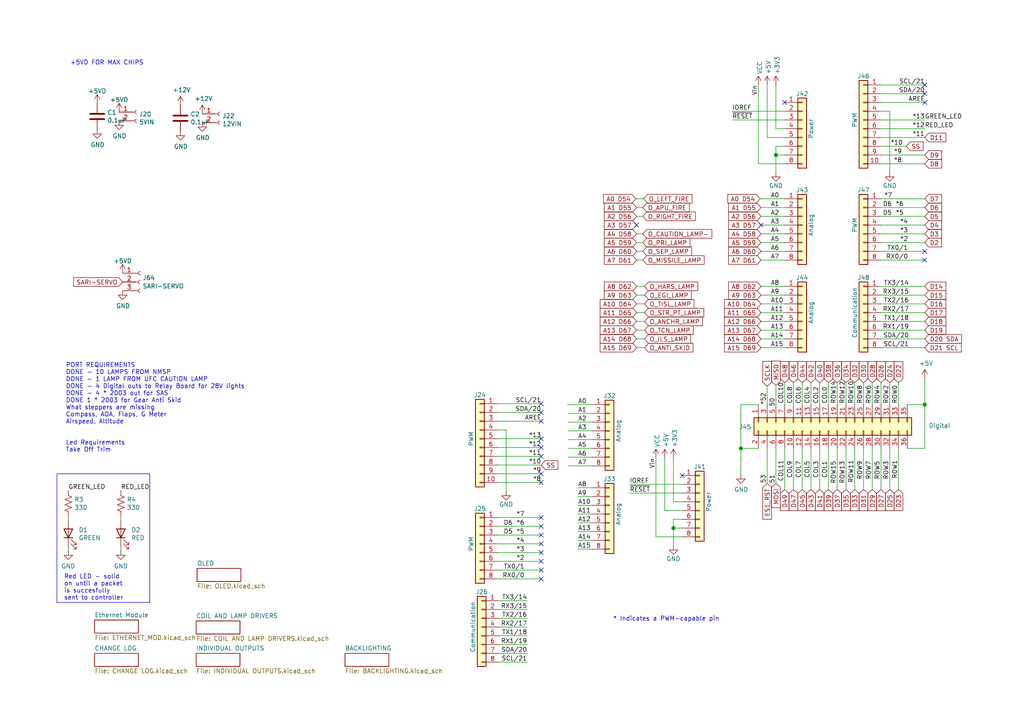
<source format=kicad_sch>
(kicad_sch (version 20231120) (generator "eeschema") (generator_version "8.0")
  (paper "A4")
  (title_block (date "mar. 31 mars 2015"))
  (lib_symbols
    (symbol "Connector:Conn_01x02_Female" (pin_names (offset 1.016) hide)
      (property "Reference" "J" (at 0 2.54 0))
      (property "Value" "Conn_01x02_Female" (at 0 -5.08 0))
      (symbol "Conn_01x02_Female_1_1"
        (pin passive line (at -5.08 0 0) (length 3.81) (name "Pin_1") (number "1"))
        (pin passive line (at -5.08 -2.54 0) (length 3.81) (name "Pin_2") (number "2"))
      )
    )
    (symbol "Connector:Conn_01x03_Socket" (pin_names (offset 1.016) hide)
      (property "Reference" "J" (at 0 5.08 0))
      (property "Value" "Conn_01x03_Socket" (at 0 -5.08 0))
      (symbol "Conn_01x03_Socket_1_1"
        (pin passive line (at -5.08 2.54 0) (length 3.81) (name "Pin_1") (number "1"))
        (pin passive line (at -5.08 0 0) (length 3.81) (name "Pin_2") (number "2"))
        (pin passive line (at -5.08 -2.54 0) (length 3.81) (name "Pin_3") (number "3"))
      )
    )
    (symbol "Connector_Generic:Conn_01x08" (pin_names (offset 1.016) hide)
      (property "Reference" "J" (at 0 10.16 0))
      (property "Value" "Conn_01x08" (at 0 -12.7 0))
      (symbol "Conn_01x08_1_1"
        (pin passive line (at -5.08 7.62 0) (length 3.81) (name "Pin_1") (number "1"))
        (pin passive line (at -5.08 5.08 0) (length 3.81) (name "Pin_2") (number "2"))
        (pin passive line (at -5.08 2.54 0) (length 3.81) (name "Pin_3") (number "3"))
        (pin passive line (at -5.08 0 0) (length 3.81) (name "Pin_4") (number "4"))
        (pin passive line (at -5.08 -2.54 0) (length 3.81) (name "Pin_5") (number "5"))
        (pin passive line (at -5.08 -5.08 0) (length 3.81) (name "Pin_6") (number "6"))
        (pin passive line (at -5.08 -7.62 0) (length 3.81) (name "Pin_7") (number "7"))
        (pin passive line (at -5.08 -10.16 0) (length 3.81) (name "Pin_8") (number "8"))
      )
    )
    (symbol "Connector_Generic:Conn_01x10" (pin_names (offset 1.016) hide)
      (property "Reference" "J" (at 0 12.7 0))
      (property "Value" "Conn_01x10" (at 0 -15.24 0))
      (symbol "Conn_01x10_1_1"
        (pin passive line (at -5.08 10.16 0) (length 3.81) (name "Pin_1") (number "1"))
        (pin passive line (at -5.08 -12.7 0) (length 3.81) (name "Pin_10") (number "10"))
        (pin passive line (at -5.08 7.62 0) (length 3.81) (name "Pin_2") (number "2"))
        (pin passive line (at -5.08 5.08 0) (length 3.81) (name "Pin_3") (number "3"))
        (pin passive line (at -5.08 2.54 0) (length 3.81) (name "Pin_4") (number "4"))
        (pin passive line (at -5.08 0 0) (length 3.81) (name "Pin_5") (number "5"))
        (pin passive line (at -5.08 -2.54 0) (length 3.81) (name "Pin_6") (number "6"))
        (pin passive line (at -5.08 -5.08 0) (length 3.81) (name "Pin_7") (number "7"))
        (pin passive line (at -5.08 -7.62 0) (length 3.81) (name "Pin_8") (number "8"))
        (pin passive line (at -5.08 -10.16 0) (length 3.81) (name "Pin_9") (number "9"))
      )
    )
    (symbol "Connector_Generic:Conn_02x18_Odd_Even" (pin_names (offset 1.016) hide)
      (property "Reference" "J" (at 1.27 22.86 0))
      (property "Value" "Conn_02x18_Odd_Even" (at 1.27 -25.4 0))
      (symbol "Conn_02x18_Odd_Even_1_1"
        (pin passive line (at -5.08 20.32 0) (length 3.81) (name "Pin_1") (number "1"))
        (pin passive line (at 7.62 10.16 180) (length 3.81) (name "Pin_10") (number "10"))
        (pin passive line (at -5.08 7.62 0) (length 3.81) (name "Pin_11") (number "11"))
        (pin passive line (at 7.62 7.62 180) (length 3.81) (name "Pin_12") (number "12"))
        (pin passive line (at -5.08 5.08 0) (length 3.81) (name "Pin_13") (number "13"))
        (pin passive line (at 7.62 5.08 180) (length 3.81) (name "Pin_14") (number "14"))
        (pin passive line (at -5.08 2.54 0) (length 3.81) (name "Pin_15") (number "15"))
        (pin passive line (at 7.62 2.54 180) (length 3.81) (name "Pin_16") (number "16"))
        (pin passive line (at -5.08 0 0) (length 3.81) (name "Pin_17") (number "17"))
        (pin passive line (at 7.62 0 180) (length 3.81) (name "Pin_18") (number "18"))
        (pin passive line (at -5.08 -2.54 0) (length 3.81) (name "Pin_19") (number "19"))
        (pin passive line (at 7.62 20.32 180) (length 3.81) (name "Pin_2") (number "2"))
        (pin passive line (at 7.62 -2.54 180) (length 3.81) (name "Pin_20") (number "20"))
        (pin passive line (at -5.08 -5.08 0) (length 3.81) (name "Pin_21") (number "21"))
        (pin passive line (at 7.62 -5.08 180) (length 3.81) (name "Pin_22") (number "22"))
        (pin passive line (at -5.08 -7.62 0) (length 3.81) (name "Pin_23") (number "23"))
        (pin passive line (at 7.62 -7.62 180) (length 3.81) (name "Pin_24") (number "24"))
        (pin passive line (at -5.08 -10.16 0) (length 3.81) (name "Pin_25") (number "25"))
        (pin passive line (at 7.62 -10.16 180) (length 3.81) (name "Pin_26") (number "26"))
        (pin passive line (at -5.08 -12.7 0) (length 3.81) (name "Pin_27") (number "27"))
        (pin passive line (at 7.62 -12.7 180) (length 3.81) (name "Pin_28") (number "28"))
        (pin passive line (at -5.08 -15.24 0) (length 3.81) (name "Pin_29") (number "29"))
        (pin passive line (at -5.08 17.78 0) (length 3.81) (name "Pin_3") (number "3"))
        (pin passive line (at 7.62 -15.24 180) (length 3.81) (name "Pin_30") (number "30"))
        (pin passive line (at -5.08 -17.78 0) (length 3.81) (name "Pin_31") (number "31"))
        (pin passive line (at 7.62 -17.78 180) (length 3.81) (name "Pin_32") (number "32"))
        (pin passive line (at -5.08 -20.32 0) (length 3.81) (name "Pin_33") (number "33"))
        (pin passive line (at 7.62 -20.32 180) (length 3.81) (name "Pin_34") (number "34"))
        (pin passive line (at -5.08 -22.86 0) (length 3.81) (name "Pin_35") (number "35"))
        (pin passive line (at 7.62 -22.86 180) (length 3.81) (name "Pin_36") (number "36"))
        (pin passive line (at 7.62 17.78 180) (length 3.81) (name "Pin_4") (number "4"))
        (pin passive line (at -5.08 15.24 0) (length 3.81) (name "Pin_5") (number "5"))
        (pin passive line (at 7.62 15.24 180) (length 3.81) (name "Pin_6") (number "6"))
        (pin passive line (at -5.08 12.7 0) (length 3.81) (name "Pin_7") (number "7"))
        (pin passive line (at 7.62 12.7 180) (length 3.81) (name "Pin_8") (number "8"))
        (pin passive line (at -5.08 10.16 0) (length 3.81) (name "Pin_9") (number "9"))
      )
    )
    (symbol "Device:C" (pin_numbers hide) (pin_names (offset 0.254))
      (property "Reference" "C" (at 0.635 2.54 0))
      (property "Value" "C" (at 0.635 -2.54 0))
      (symbol "C_1_1"
        (pin passive line (at 0 3.81 270) (length 2.794) (name "~") (number "1"))
        (pin passive line (at 0 -3.81 90) (length 2.794) (name "~") (number "2"))
      )
    )
    (symbol "Device:LED" (pin_numbers hide) (pin_names (offset 1.016) hide)
      (property "Reference" "D" (at 0 2.54 0))
      (property "Value" "LED" (at 0 -2.54 0))
      (symbol "LED_1_1"
        (pin passive line (at -3.81 0 0) (length 2.54) (name "K") (number "1"))
        (pin passive line (at 3.81 0 180) (length 2.54) (name "A") (number "2"))
      )
    )
    (symbol "Device:R_US" (pin_numbers hide) (pin_names (offset 0))
      (property "Reference" "R" (at 2.54 0 90))
      (property "Value" "R_US" (at -2.54 0 90))
      (symbol "R_US_1_1"
        (pin passive line (at 0 3.81 270) (length 1.27) (name "~") (number "1"))
        (pin passive line (at 0 -3.81 90) (length 1.27) (name "~") (number "2"))
      )
    )
    (symbol "power:+12V" (power) (pin_names (offset 0))
      (property "Value" "+12V" (at 0 3.556 0))
      (symbol "+12V_1_1"
        (pin power_in line (at 0 0 90) (length 0) hide (name "+12V") (number "1"))
      )
    )
    (symbol "power:+3V3" (power) (pin_names (offset 0))
      (property "Value" "+3V3" (at 0 3.556 0))
      (symbol "+3V3_1_1"
        (pin power_in line (at 0 0 90) (length 0) hide (name "+3V3") (number "1"))
      )
    )
    (symbol "power:+5V" (power) (pin_names (offset 0))
      (property "Value" "+5V" (at 0 3.556 0))
      (symbol "+5V_1_1"
        (pin power_in line (at 0 0 90) (length 0) hide (name "+5V") (number "1"))
      )
    )
    (symbol "power:+5VD" (power) (pin_names (offset 0))
      (property "Value" "+5VD" (at 0 3.556 0))
      (symbol "+5VD_1_1"
        (pin power_in line (at 0 0 90) (length 0) hide (name "+5VD") (number "1"))
      )
    )
    (symbol "power:GND" (power) (pin_names (offset 0))
      (property "Value" "GND" (at 0 -3.81 0))
      (symbol "GND_1_1"
        (pin power_in line (at 0 0 270) (length 0) hide (name "GND") (number "1"))
      )
    )
    (symbol "power:VCC" (power) (pin_names (offset 0))
      (property "Value" "VCC" (at 0 3.81 0))
      (symbol "VCC_1_1"
        (pin power_in line (at 0 0 90) (length 0) hide (name "VCC") (number "1"))
      )
    )
  )
  (junction (at 214.884 130.048) (diameter 1.016))
  (junction (at 225.044 44.958) (diameter 1.016))
  (junction (at 195.326 153.162) (diameter 1.016))
  (junction (at 268.224 117.348) (diameter 1.016))
  (no_connect (at 156.972 167.894))
  (no_connect (at 156.972 162.814))
  (no_connect (at 156.972 117.094))
  (no_connect (at 156.972 165.354))
  (no_connect (at 156.972 129.794))
  (no_connect (at 156.972 122.174))
  (no_connect (at 156.972 132.334))
  (no_connect (at 156.972 139.954))
  (no_connect (at 156.972 152.654))
  (no_connect (at 156.972 119.634))
  (no_connect (at 156.972 137.414))
  (no_connect (at 156.972 150.114))
  (no_connect (at 197.866 137.922))
  (no_connect (at 156.972 160.274))
  (no_connect (at 220.726 65.278))
  (no_connect (at 156.972 155.194))
  (no_connect (at 156.972 127.254))
  (no_connect (at 184.658 65.278))
  (no_connect (at 227.584 29.718))
  (no_connect (at 268.224 29.718))
  (no_connect (at 268.224 27.178))
  (no_connect (at 268.224 24.638))
  (no_connect (at 268.224 72.898))
  (no_connect (at 268.224 75.438))
  (no_connect (at 156.972 157.734))
  (wire (pts (xy 255.524 75.438) (xy 268.224 75.438)))
  (wire (pts (xy 255.524 42.418) (xy 262.89 42.418)))
  (wire (pts (xy 309.626 83.058) (xy 315.468 83.058)))
  (wire (pts (xy 220.472 57.658) (xy 227.584 57.658)))
  (polyline (pts (xy 43.434 174.752) (xy 43.434 137.414)))
  (wire (pts (xy 144.272 167.894) (xy 156.972 167.894)))
  (wire (pts (xy 220.726 62.738) (xy 227.584 62.738)))
  (wire (pts (xy 190.246 155.702) (xy 190.246 132.842)))
  (wire (pts (xy 237.744 110.998) (xy 237.744 117.348)))
  (wire (pts (xy 184.658 98.298) (xy 186.944 98.298)))
  (wire (pts (xy 184.658 100.838) (xy 186.944 100.838)))
  (wire (pts (xy 220.726 83.058) (xy 227.584 83.058)))
  (wire (pts (xy 255.524 24.638) (xy 268.224 24.638)))
  (polyline (pts (xy 16.51 137.414) (xy 43.434 137.414)))
  (wire (pts (xy 220.726 100.838) (xy 227.584 100.838)))
  (wire (pts (xy 146.812 124.714) (xy 146.812 142.494)))
  (wire (pts (xy 144.272 160.274) (xy 156.972 160.274)))
  (wire (pts (xy 268.224 117.348) (xy 268.224 130.048)))
  (wire (pts (xy 309.372 70.358) (xy 315.468 70.358)))
  (wire (pts (xy 184.658 95.758) (xy 186.944 95.758)))
  (wire (pts (xy 219.964 117.348) (xy 214.884 117.348)))
  (wire (pts (xy 220.726 90.678) (xy 227.584 90.678)))
  (wire (pts (xy 164.846 130.048) (xy 171.704 130.048)))
  (wire (pts (xy 245.364 110.998) (xy 245.364 117.348)))
  (wire (pts (xy 255.524 88.138) (xy 268.224 88.138)))
  (wire (pts (xy 225.044 42.418) (xy 225.044 44.958)))
  (wire (pts (xy 220.726 75.438) (xy 227.584 75.438)))
  (wire (pts (xy 184.404 57.658) (xy 186.69 57.658)))
  (wire (pts (xy 242.824 130.048) (xy 242.824 141.986)))
  (wire (pts (xy 232.664 110.998) (xy 232.664 117.348)))
  (wire (pts (xy 164.846 135.128) (xy 171.704 135.128)))
  (wire (pts (xy 197.866 155.702) (xy 190.246 155.702)))
  (wire (pts (xy 184.658 62.738) (xy 186.436 62.738)))
  (wire (pts (xy 225.044 111.76) (xy 225.044 117.348)))
  (wire (pts (xy 144.272 132.334) (xy 156.972 132.334)))
  (wire (pts (xy 225.044 44.958) (xy 225.044 50.038)))
  (wire (pts (xy 167.64 154.178) (xy 171.704 154.178)))
  (wire (pts (xy 255.524 130.048) (xy 255.524 141.986)))
  (wire (pts (xy 182.626 140.462) (xy 197.866 140.462)))
  (wire (pts (xy 225.044 37.338) (xy 227.584 37.338)))
  (wire (pts (xy 144.272 137.414) (xy 156.972 137.414)))
  (wire (pts (xy 240.284 130.048) (xy 240.284 141.986)))
  (wire (pts (xy 182.626 143.002) (xy 197.866 143.002)))
  (wire (pts (xy 222.504 39.878) (xy 227.584 39.878)))
  (wire (pts (xy 245.364 130.048) (xy 245.364 141.986)))
  (wire (pts (xy 184.658 90.678) (xy 186.944 90.678)))
  (wire (pts (xy 19.812 149.86) (xy 19.812 150.876)))
  (wire (pts (xy 222.504 24.638) (xy 222.504 39.878)))
  (wire (pts (xy 230.124 130.048) (xy 230.124 141.986)))
  (polyline (pts (xy 16.51 137.668) (xy 16.51 174.752)))
  (wire (pts (xy 252.984 130.048) (xy 252.984 141.986)))
  (wire (pts (xy 220.726 72.898) (xy 227.584 72.898)))
  (wire (pts (xy 144.272 152.654) (xy 156.972 152.654)))
  (wire (pts (xy 184.658 85.598) (xy 186.944 85.598)))
  (wire (pts (xy 255.524 34.798) (xy 268.224 34.798)))
  (wire (pts (xy 220.726 98.298) (xy 227.584 98.298)))
  (wire (pts (xy 225.044 24.638) (xy 225.044 37.338)))
  (wire (pts (xy 220.726 88.138) (xy 227.584 88.138)))
  (wire (pts (xy 255.524 57.658) (xy 268.224 57.658)))
  (wire (pts (xy 255.524 37.338) (xy 268.224 37.338)))
  (wire (pts (xy 255.524 60.198) (xy 268.224 60.198)))
  (wire (pts (xy 144.78 174.244) (xy 152.908 174.244)))
  (wire (pts (xy 144.272 119.634) (xy 156.972 119.634)))
  (wire (pts (xy 167.64 144.018) (xy 171.704 144.018)))
  (wire (pts (xy 255.524 90.678) (xy 268.224 90.678)))
  (wire (pts (xy 164.846 122.428) (xy 171.704 122.428)))
  (wire (pts (xy 192.786 132.842) (xy 192.786 148.082)))
  (wire (pts (xy 195.326 132.842) (xy 195.326 145.542)))
  (wire (pts (xy 255.524 95.758) (xy 268.224 95.758)))
  (wire (pts (xy 195.326 150.622) (xy 195.326 153.162)))
  (wire (pts (xy 144.78 179.324) (xy 152.908 179.324)))
  (wire (pts (xy 164.846 127.508) (xy 171.704 127.508)))
  (wire (pts (xy 167.64 149.098) (xy 171.704 149.098)))
  (wire (pts (xy 144.272 124.714) (xy 146.812 124.714)))
  (wire (pts (xy 214.884 117.348) (xy 214.884 130.048)))
  (wire (pts (xy 219.964 130.048) (xy 214.884 130.048)))
  (wire (pts (xy 255.524 44.958) (xy 268.224 44.958)))
  (wire (pts (xy 144.272 165.354) (xy 156.972 165.354)))
  (wire (pts (xy 220.726 67.818) (xy 227.584 67.818)))
  (wire (pts (xy 144.272 157.734) (xy 156.972 157.734)))
  (wire (pts (xy 235.204 110.998) (xy 235.204 117.348)))
  (wire (pts (xy 250.444 130.048) (xy 250.444 141.986)))
  (wire (pts (xy 255.524 65.278) (xy 268.224 65.278)))
  (wire (pts (xy 184.658 72.898) (xy 186.436 72.898)))
  (wire (pts (xy 242.824 110.998) (xy 242.824 117.348)))
  (wire (pts (xy 237.744 130.048) (xy 237.744 141.986)))
  (wire (pts (xy 184.658 93.218) (xy 186.944 93.218)))
  (wire (pts (xy 144.272 129.794) (xy 156.972 129.794)))
  (wire (pts (xy 227.584 130.048) (xy 227.584 141.986)))
  (wire (pts (xy 220.726 70.358) (xy 227.584 70.358)))
  (wire (pts (xy 195.326 153.162) (xy 195.326 158.242)))
  (wire (pts (xy 212.344 32.258) (xy 227.584 32.258)))
  (wire (pts (xy 144.78 176.784) (xy 152.908 176.784)))
  (wire (pts (xy 197.866 150.622) (xy 195.326 150.622)))
  (wire (pts (xy 167.64 156.718) (xy 171.704 156.718)))
  (wire (pts (xy 255.524 85.598) (xy 268.224 85.598)))
  (wire (pts (xy 184.658 67.818) (xy 186.436 67.818)))
  (wire (pts (xy 268.224 109.728) (xy 268.224 117.348)))
  (wire (pts (xy 35.052 158.496) (xy 35.052 159.766)))
  (wire (pts (xy 258.064 32.258) (xy 258.064 50.038)))
  (wire (pts (xy 144.272 162.814) (xy 156.972 162.814)))
  (wire (pts (xy 255.524 100.838) (xy 268.224 100.838)))
  (wire (pts (xy 167.64 159.258) (xy 171.704 159.258)))
  (wire (pts (xy 144.78 192.024) (xy 152.908 192.024)))
  (wire (pts (xy 255.524 29.718) (xy 268.224 29.718)))
  (wire (pts (xy 167.64 141.478) (xy 171.704 141.478)))
  (wire (pts (xy 263.144 117.348) (xy 268.224 117.348)))
  (wire (pts (xy 260.604 110.998) (xy 260.604 117.348)))
  (wire (pts (xy 255.524 93.218) (xy 268.224 93.218)))
  (wire (pts (xy 220.726 65.278) (xy 227.584 65.278)))
  (wire (pts (xy 35.052 149.86) (xy 35.052 150.876)))
  (wire (pts (xy 144.78 186.944) (xy 152.908 186.944)))
  (wire (pts (xy 220.726 95.758) (xy 227.584 95.758)))
  (wire (pts (xy 167.64 151.638) (xy 171.704 151.638)))
  (wire (pts (xy 212.344 34.798) (xy 227.584 34.798)))
  (wire (pts (xy 227.584 44.958) (xy 225.044 44.958)))
  (wire (pts (xy 164.592 117.348) (xy 171.704 117.348)))
  (wire (pts (xy 258.064 110.998) (xy 258.064 117.348)))
  (wire (pts (xy 144.272 155.194) (xy 156.972 155.194)))
  (wire (pts (xy 315.468 95.758) (xy 309.88 95.758)))
  (wire (pts (xy 195.326 145.542) (xy 197.866 145.542)))
  (wire (pts (xy 250.444 110.998) (xy 250.444 117.348)))
  (polyline (pts (xy 16.51 174.752) (xy 43.434 174.752)))
  (wire (pts (xy 315.468 88.138) (xy 309.88 88.138)))
  (wire (pts (xy 144.272 150.114) (xy 156.972 150.114)))
  (wire (pts (xy 220.726 60.198) (xy 227.584 60.198)))
  (wire (pts (xy 184.658 60.198) (xy 186.436 60.198)))
  (wire (pts (xy 255.524 110.998) (xy 255.524 117.348)))
  (wire (pts (xy 227.584 47.498) (xy 219.964 47.498)))
  (wire (pts (xy 222.504 112.014) (xy 222.504 117.348)))
  (wire (pts (xy 220.726 85.598) (xy 227.584 85.598)))
  (wire (pts (xy 230.124 110.998) (xy 230.124 117.348)))
  (wire (pts (xy 225.044 130.048) (xy 225.044 140.208)))
  (wire (pts (xy 247.904 110.998) (xy 247.904 117.348)))
  (wire (pts (xy 255.524 83.058) (xy 268.224 83.058)))
  (wire (pts (xy 247.904 130.048) (xy 247.904 141.986)))
  (wire (pts (xy 164.846 132.588) (xy 171.704 132.588)))
  (wire (pts (xy 144.78 181.864) (xy 152.908 181.864)))
  (wire (pts (xy 144.272 127.254) (xy 156.972 127.254)))
  (wire (pts (xy 222.504 130.048) (xy 222.504 140.208)))
  (wire (pts (xy 255.524 32.258) (xy 258.064 32.258)))
  (wire (pts (xy 232.664 130.048) (xy 232.664 141.986)))
  (wire (pts (xy 220.726 93.218) (xy 227.584 93.218)))
  (wire (pts (xy 227.584 42.418) (xy 225.044 42.418)))
  (wire (pts (xy 144.272 117.094) (xy 156.972 117.094)))
  (wire (pts (xy 144.78 184.404) (xy 152.908 184.404)))
  (wire (pts (xy 184.658 88.138) (xy 186.944 88.138)))
  (wire (pts (xy 315.468 93.218) (xy 309.88 93.218)))
  (wire (pts (xy 255.524 39.878) (xy 268.224 39.878)))
  (wire (pts (xy 315.468 100.838) (xy 309.88 100.838)))
  (wire (pts (xy 197.866 153.162) (xy 195.326 153.162)))
  (wire (pts (xy 144.272 139.954) (xy 156.972 139.954)))
  (wire (pts (xy 184.658 75.438) (xy 186.436 75.438)))
  (wire (pts (xy 255.524 62.738) (xy 268.224 62.738)))
  (wire (pts (xy 144.78 189.484) (xy 152.908 189.484)))
  (wire (pts (xy 164.846 124.968) (xy 171.704 124.968)))
  (wire (pts (xy 255.524 98.298) (xy 268.224 98.298)))
  (wire (pts (xy 268.224 130.048) (xy 263.144 130.048)))
  (wire (pts (xy 227.584 110.998) (xy 227.584 117.348)))
  (wire (pts (xy 315.468 90.678) (xy 309.88 90.678)))
  (wire (pts (xy 260.604 130.048) (xy 260.604 141.986)))
  (wire (pts (xy 255.524 27.178) (xy 268.224 27.178)))
  (wire (pts (xy 258.064 130.048) (xy 258.064 141.986)))
  (wire (pts (xy 255.524 70.358) (xy 268.224 70.358)))
  (wire (pts (xy 252.984 110.998) (xy 252.984 117.348)))
  (wire (pts (xy 255.524 67.818) (xy 268.224 67.818)))
  (wire (pts (xy 164.846 119.888) (xy 171.704 119.888)))
  (wire (pts (xy 235.204 130.048) (xy 235.204 141.986)))
  (wire (pts (xy 167.64 146.558) (xy 171.704 146.558)))
  (wire (pts (xy 184.658 83.058) (xy 186.944 83.058)))
  (wire (pts (xy 184.658 70.358) (xy 186.436 70.358)))
  (wire (pts (xy 255.524 72.898) (xy 268.224 72.898)))
  (wire (pts (xy 144.272 122.174) (xy 156.972 122.174)))
  (wire (pts (xy 219.964 47.498) (xy 219.964 24.638)))
  (wire (pts (xy 214.884 130.048) (xy 214.884 137.668)))
  (wire (pts (xy 144.272 134.874) (xy 156.972 134.874)))
  (wire (pts (xy 192.786 148.082) (xy 197.866 148.082)))
  (wire (pts (xy 19.812 158.496) (xy 19.812 159.766)))
  (wire (pts (xy 240.284 110.998) (xy 240.284 117.348)))
  (wire (pts (xy 315.468 98.298) (xy 309.88 98.298)))
  (wire (pts (xy 255.524 47.498) (xy 268.224 47.498)))
  (text "Red LED - solid\non until a packet\nis succesfully \nsent to controller" (at 18.542 174.244 0) (effects (font (size 1.27 1.27)) (justify left bottom)))
  (text "+5VD FOR MAX CHIPS" (at 20.32 19.05 0) (effects (font (size 1.27 1.27)) (justify left bottom)))
  (text "* Indicates a PWM-capable pin" (at 177.8 180.34 0) (effects (font (size 1.27 1.27)) (justify left bottom)))
  (text "PORT REQUIREMENTS\nDONE - 10 LAMPS FROM NMSP\nDONE - 1 LAMP FROM UFC CAUTION LAMP\nDONE - 4 Digital outs to Relay Board for 28V lights\nDONE - 4 * 2003 out for SAS\nDONE 1 * 2003 for Gear Anti Skid\nWhat steppers are missing\nCompass, AOA, Flaps, G Meter\nAirspeed, Altitude\n\n\nLed Requirements \nTake Off Trim\n" (at 19.05 131.318 0) (effects (font (size 1.27 1.27)) (justify left bottom)))
  (label "A10" (at 223.52 88.138 0))
  (label "*6" (at 152.146 152.654 180))
  (label "RX0{slash}0" (at 263.398 75.438 180))
  (label "A15" (at 223.52 100.838 0))
  (label "D6" (at 146.05 152.654 0))
  (label "A2" (at 223.52 62.738 0))
  (label "RX2{slash}17" (at 263.652 90.678 180))
  (label "A10" (at 167.64 146.558 0))
  (label "*4" (at 263.398 65.278 180))
  (label "*8" (at 156.972 139.954 180))
  (label "D5" (at 256.032 62.738 0))
  (label "A9" (at 167.64 144.018 0))
  (label "ROW10" (at 247.904 117.094 90))
  (label "RX3{slash}15" (at 152.908 176.784 180))
  (label "ROW15" (at 242.824 133.604 270))
  (label "SDA{slash}20" (at 263.652 98.298 180))
  (label "ROW14" (at 242.824 117.094 90))
  (label "COL2" (at 237.744 117.094 90))
  (label "RX1{slash}19" (at 152.908 186.944 180))
  (label "*2" (at 152.146 162.814 180))
  (label "*2" (at 263.398 70.358 180))
  (label "Vin" (at 190.246 132.842 270))
  (label "*13" (at 156.972 127.254 180))
  (label "TX1{slash}18" (at 263.652 93.218 180))
  (label "A4" (at 167.64 127.508 0))
  (label "A3" (at 223.52 65.278 0))
  (label "*5" (at 152.146 155.194 180))
  (label "*13" (at 268.224 34.798 180))
  (label "GREEN_LED" (at 268.224 34.798 0))
  (label "ROW9" (at 250.444 133.604 270))
  (label "*52" (at 222.504 113.792 270))
  (label "*12" (at 268.224 37.338 180))
  (label "*10" (at 156.972 134.874 180))
  (label "RED_LED" (at 35.052 142.24 0))
  (label "~{RESET}" (at 212.344 34.798 0))
  (label "D6" (at 256.032 60.198 0))
  (label "ROW11" (at 247.904 133.35 270))
  (label "A5" (at 167.64 130.048 0))
  (label "ROW8" (at 250.444 117.094 90))
  (label "COL8" (at 230.124 117.094 90))
  (label "COL5" (at 235.204 133.604 270))
  (label "*10" (at 261.874 42.418 180))
  (label "ROW5" (at 255.524 133.604 270))
  (label "*4" (at 152.146 157.734 180))
  (label "D5" (at 146.05 155.194 0))
  (label "ROW3" (at 258.064 133.604 270))
  (label "*12" (at 156.972 129.794 180))
  (label "A1" (at 167.64 119.888 0))
  (label "TX3{slash}14" (at 152.908 174.244 180))
  (label "*9" (at 156.972 137.414 180))
  (label "COL7" (at 232.664 133.604 270))
  (label "A15" (at 167.64 159.258 0))
  (label "A0" (at 167.64 117.348 0))
  (label "SCL{slash}21" (at 152.908 192.024 180))
  (label "A13" (at 223.52 95.758 0))
  (label "SDA{slash}20" (at 156.972 119.634 180))
  (label "A12" (at 167.64 151.638 0))
  (label "51" (at 225.044 140.208 90))
  (label "*7" (at 258.826 57.658 180))
  (label "SDA{slash}20" (at 268.224 27.178 180))
  (label "ROW2" (at 258.064 117.094 90))
  (label "*8" (at 261.62 47.498 180))
  (label "RX2{slash}17" (at 152.908 181.864 180))
  (label "A9" (at 223.52 85.598 0))
  (label "COL1" (at 240.284 133.604 270))
  (label "RX0{slash}0" (at 152.146 167.894 180))
  (label "*11" (at 268.224 39.878 180))
  (label "*3" (at 263.398 67.818 180))
  (label "ROW4" (at 255.524 117.094 90))
  (label "A6" (at 223.52 72.898 0))
  (label "COL3" (at 237.744 133.604 270))
  (label "TX1{slash}18" (at 152.908 184.404 180))
  (label "RED_LED" (at 268.224 37.338 0))
  (label "A1" (at 223.52 60.198 0))
  (label "53" (at 222.504 140.208 90))
  (label "SDA{slash}20" (at 152.908 189.484 180))
  (label "TX0{slash}1" (at 263.398 72.898 180))
  (label "AREF" (at 156.972 122.174 180))
  (label "A13" (at 167.64 154.178 0))
  (label "COL9" (at 230.124 133.604 270))
  (label "RX1{slash}19" (at 263.652 95.758 180))
  (label "IOREF" (at 182.626 140.462 0))
  (label "A0" (at 223.52 57.658 0))
  (label "AREF" (at 268.224 29.718 180))
  (label "A14" (at 223.52 98.298 0))
  (label "A8" (at 223.52 83.058 0))
  (label "A7" (at 167.64 135.128 0))
  (label "Vin" (at 219.964 24.638 270))
  (label "ROW0" (at 260.604 117.094 90))
  (label "A6" (at 167.64 132.588 0))
  (label "*6" (at 262.128 60.198 180))
  (label "SCL{slash}21" (at 268.224 24.638 180))
  (label "COL4" (at 235.204 117.094 90))
  (label "*9" (at 261.62 44.958 180))
  (label "~{RESET}" (at 182.626 143.002 0))
  (label "50" (at 225.044 115.316 270))
  (label "TX2{slash}16" (at 263.652 88.138 180))
  (label "ROW7" (at 252.984 133.604 270))
  (label "ROW12" (at 245.364 117.094 90))
  (label "TX0{slash}1" (at 152.146 165.354 180))
  (label "ROW1" (at 260.604 133.35 270))
  (label "*5" (at 262.128 62.738 180))
  (label "COL6" (at 232.664 117.094 90))
  (label "*11" (at 156.972 132.334 180))
  (label "A2" (at 167.64 122.428 0))
  (label "ROW13" (at 245.364 133.604 270))
  (label "IOREF" (at 212.344 32.258 0))
  (label "TX2{slash}16" (at 152.908 179.324 180))
  (label "*7" (at 152.146 150.114 180))
  (label "GREEN_LED" (at 19.812 142.24 0))
  (label "COL0" (at 240.284 117.094 90))
  (label "A7" (at 223.52 75.438 0))
  (label "A3" (at 167.64 124.968 0))
  (label "A11" (at 223.52 90.678 0))
  (label "A4" (at 223.52 67.818 0))
  (label "ROW6" (at 252.984 117.094 90))
  (label "A5" (at 223.52 70.358 0))
  (label "RX3{slash}15" (at 263.652 85.598 180))
  (label "SCL{slash}21" (at 156.972 117.094 180))
  (label "TX3{slash}14" (at 263.652 83.058 180))
  (label "COL11" (at 227.584 133.35 270))
  (label "A11" (at 167.64 149.098 0))
  (label "A8" (at 167.64 141.478 0))
  (label "COL10" (at 227.584 117.094 90))
  (label "*3" (at 152.146 160.274 180))
  (label "A12" (at 223.52 93.218 0))
  (label "A14" (at 167.64 156.718 0))
  (label "SCL{slash}21" (at 263.652 100.838 180))
  (global_label "D2" (shape input) (at 309.372 70.358 180) (property "Intersheetrefs" "${INTERSHEET_REFS}" (effects (hide yes))))
  (global_label "D48" (shape input) (at 227.584 110.998 90) (property "Intersheetrefs" "${INTERSHEET_REFS}" (effects (hide yes))))
  (global_label "D33" (shape input) (at 247.904 141.986 270) (property "Intersheetrefs" "${INTERSHEET_REFS}" (effects (hide yes))))
  (global_label "D40" (shape input) (at 237.744 110.998 90) (property "Intersheetrefs" "${INTERSHEET_REFS}" (effects (hide yes))))
  (global_label "D47" (shape input) (at 230.124 141.986 270) (property "Intersheetrefs" "${INTERSHEET_REFS}" (effects (hide yes))))
  (global_label "O_TISL_LAMP" (shape input) (at 186.944 88.138 0) (property "Intersheetrefs" "${INTERSHEET_REFS}" (effects (hide yes))))
  (global_label "A5 D59" (shape input) (at 184.658 70.358 180) (property "Intersheetrefs" "${INTERSHEET_REFS}" (effects (hide yes))))
  (global_label "A1 D55" (shape input) (at 220.726 60.198 180) (property "Intersheetrefs" "${INTERSHEET_REFS}" (effects (hide yes))))
  (global_label "D21 SCL" (shape input) (at 309.88 100.838 180) (property "Intersheetrefs" "${INTERSHEET_REFS}" (effects (hide yes))))
  (global_label "SARI-SERVO" (shape input) (at 315.468 83.058 0) (property "Intersheetrefs" "${INTERSHEET_REFS}" (effects (hide yes))))
  (global_label "A15 D69" (shape input) (at 220.726 100.838 180) (property "Intersheetrefs" "${INTERSHEET_REFS}" (effects (hide yes))))
  (global_label "D28" (shape input) (at 252.984 110.998 90) (property "Intersheetrefs" "${INTERSHEET_REFS}" (effects (hide yes))))
  (global_label "D32" (shape input) (at 247.904 110.998 90) (property "Intersheetrefs" "${INTERSHEET_REFS}" (effects (hide yes))))
  (global_label "O_RIGHT_FIRE" (shape input) (at 186.436 62.738 0) (property "Intersheetrefs" "${INTERSHEET_REFS}" (effects (hide yes))))
  (global_label "O_ANTI_SKID" (shape input) (at 186.944 100.838 0) (property "Intersheetrefs" "${INTERSHEET_REFS}" (effects (hide yes))))
  (global_label "D24" (shape input) (at 258.064 110.998 90) (property "Intersheetrefs" "${INTERSHEET_REFS}" (effects (hide yes))))
  (global_label "A14 D68" (shape input) (at 184.658 98.298 180) (property "Intersheetrefs" "${INTERSHEET_REFS}" (effects (hide yes))))
  (global_label "D35" (shape input) (at 245.364 141.986 270) (property "Intersheetrefs" "${INTERSHEET_REFS}" (effects (hide yes))))
  (global_label "A2 D56" (shape input) (at 220.726 62.738 180) (property "Intersheetrefs" "${INTERSHEET_REFS}" (effects (hide yes))))
  (global_label "SS" (shape input) (at 156.972 134.874 0) (property "Intersheetrefs" "${INTERSHEET_REFS}" (effects (hide yes))))
  (global_label "D3" (shape input) (at 268.224 67.818 0) (property "Intersheetrefs" "${INTERSHEET_REFS}" (effects (hide yes))))
  (global_label "O_LEFT_FIRE" (shape input) (at 186.69 57.658 0) (property "Intersheetrefs" "${INTERSHEET_REFS}" (effects (hide yes))))
  (global_label "D16" (shape input) (at 309.88 88.138 180) (property "Intersheetrefs" "${INTERSHEET_REFS}" (effects (hide yes))))
  (global_label "I2C_SEL_A2" (shape input) (at 315.468 95.758 0) (property "Intersheetrefs" "${INTERSHEET_REFS}" (effects (hide yes))))
  (global_label "SS" (shape input) (at 262.89 42.418 0) (property "Intersheetrefs" "${INTERSHEET_REFS}" (effects (hide yes))))
  (global_label "D17" (shape input) (at 268.224 90.678 0) (property "Intersheetrefs" "${INTERSHEET_REFS}" (effects (hide yes))))
  (global_label "D38" (shape input) (at 240.284 110.998 90) (property "Intersheetrefs" "${INTERSHEET_REFS}" (effects (hide yes))))
  (global_label "D8" (shape input) (at 268.224 47.498 0) (property "Intersheetrefs" "${INTERSHEET_REFS}" (effects (hide yes))))
  (global_label "D43" (shape input) (at 235.204 141.986 270) (property "Intersheetrefs" "${INTERSHEET_REFS}" (effects (hide yes))))
  (global_label "A14 D68" (shape input) (at 220.726 98.298 180) (property "Intersheetrefs" "${INTERSHEET_REFS}" (effects (hide yes))))
  (global_label "A2 D56" (shape input) (at 184.658 62.738 180) (property "Intersheetrefs" "${INTERSHEET_REFS}" (effects (hide yes))))
  (global_label "I2C_SEL_RESET" (shape input) (at 315.468 88.138 0) (property "Intersheetrefs" "${INTERSHEET_REFS}" (effects (hide yes))))
  (global_label "O_MISSILE_LAMP" (shape input) (at 186.436 75.438 0) (property "Intersheetrefs" "${INTERSHEET_REFS}" (effects (hide yes))))
  (global_label "O_ANCHR_LAMP" (shape input) (at 186.944 93.218 0) (property "Intersheetrefs" "${INTERSHEET_REFS}" (effects (hide yes))))
  (global_label "O_ILS_LAMP" (shape input) (at 186.944 98.298 0) (property "Intersheetrefs" "${INTERSHEET_REFS}" (effects (hide yes))))
  (global_label "D26" (shape input) (at 255.524 110.998 90) (property "Intersheetrefs" "${INTERSHEET_REFS}" (effects (hide yes))))
  (global_label "O_PRI_LAMP" (shape input) (at 186.436 70.358 0) (property "Intersheetrefs" "${INTERSHEET_REFS}" (effects (hide yes))))
  (global_label "D39" (shape input) (at 240.284 141.986 270) (property "Intersheetrefs" "${INTERSHEET_REFS}" (effects (hide yes))))
  (global_label "ES1_RST" (shape input) (at 222.504 140.208 270) (property "Intersheetrefs" "${INTERSHEET_REFS}" (effects (hide yes))))
  (global_label "D45" (shape input) (at 232.664 141.986 270) (property "Intersheetrefs" "${INTERSHEET_REFS}" (effects (hide yes))))
  (global_label "D27" (shape input) (at 255.524 141.986 270) (property "Intersheetrefs" "${INTERSHEET_REFS}" (effects (hide yes))))
  (global_label "SARI-SERVO" (shape input) (at 35.56 81.788 180) (property "Intersheetrefs" "${INTERSHEET_REFS}" (effects (hide yes))))
  (global_label "MISO" (shape input) (at 225.044 111.76 90) (property "Intersheetrefs" "${INTERSHEET_REFS}" (effects (hide yes))))
  (global_label "A11 D65" (shape input) (at 184.658 90.678 180) (property "Intersheetrefs" "${INTERSHEET_REFS}" (effects (hide yes))))
  (global_label "A10 D64" (shape input) (at 220.726 88.138 180) (property "Intersheetrefs" "${INTERSHEET_REFS}" (effects (hide yes))))
  (global_label "D19" (shape input) (at 268.224 95.758 0) (property "Intersheetrefs" "${INTERSHEET_REFS}" (effects (hide yes))))
  (global_label "A0 D54" (shape input) (at 220.472 57.658 180) (property "Intersheetrefs" "${INTERSHEET_REFS}" (effects (hide yes))))
  (global_label "A9 D63" (shape input) (at 220.726 85.598 180) (property "Intersheetrefs" "${INTERSHEET_REFS}" (effects (hide yes))))
  (global_label "D9" (shape input) (at 268.224 44.958 0) (property "Intersheetrefs" "${INTERSHEET_REFS}" (effects (hide yes))))
  (global_label "O_APU_FIRE" (shape input) (at 186.436 60.198 0) (property "Intersheetrefs" "${INTERSHEET_REFS}" (effects (hide yes))))
  (global_label "D5" (shape input) (at 268.224 62.738 0) (property "Intersheetrefs" "${INTERSHEET_REFS}" (effects (hide yes))))
  (global_label "A8 D62" (shape input) (at 184.658 83.058 180) (property "Intersheetrefs" "${INTERSHEET_REFS}" (effects (hide yes))))
  (global_label "A8 D62" (shape input) (at 220.726 83.058 180) (property "Intersheetrefs" "${INTERSHEET_REFS}" (effects (hide yes))))
  (global_label "D46" (shape input) (at 230.124 110.998 90) (property "Intersheetrefs" "${INTERSHEET_REFS}" (effects (hide yes))))
  (global_label "A9 D63" (shape input) (at 184.658 85.598 180) (property "Intersheetrefs" "${INTERSHEET_REFS}" (effects (hide yes))))
  (global_label "SCL" (shape input) (at 315.468 100.838 0) (property "Intersheetrefs" "${INTERSHEET_REFS}" (effects (hide yes))))
  (global_label "A6 D60" (shape input) (at 184.658 72.898 180) (property "Intersheetrefs" "${INTERSHEET_REFS}" (effects (hide yes))))
  (global_label "MOSI" (shape input) (at 225.044 140.208 270) (property "Intersheetrefs" "${INTERSHEET_REFS}" (effects (hide yes))))
  (global_label "A12 D66" (shape input) (at 220.726 93.218 180) (property "Intersheetrefs" "${INTERSHEET_REFS}" (effects (hide yes))))
  (global_label "D44" (shape input) (at 232.664 110.998 90) (property "Intersheetrefs" "${INTERSHEET_REFS}" (effects (hide yes))))
  (global_label "D25" (shape input) (at 258.064 141.986 270) (property "Intersheetrefs" "${INTERSHEET_REFS}" (effects (hide yes))))
  (global_label "D36" (shape input) (at 242.824 110.998 90) (property "Intersheetrefs" "${INTERSHEET_REFS}" (effects (hide yes))))
  (global_label "D6" (shape input) (at 268.224 60.198 0) (property "Intersheetrefs" "${INTERSHEET_REFS}" (effects (hide yes))))
  (global_label "D7" (shape input) (at 268.224 57.658 0) (property "Intersheetrefs" "${INTERSHEET_REFS}" (effects (hide yes))))
  (global_label "SCLK" (shape input) (at 222.504 112.014 90) (property "Intersheetrefs" "${INTERSHEET_REFS}" (effects (hide yes))))
  (global_label "O_TCN_LAMP" (shape input) (at 186.944 95.758 0) (property "Intersheetrefs" "${INTERSHEET_REFS}" (effects (hide yes))))
  (global_label "O_EGI_LAMP" (shape input) (at 186.944 85.598 0) (property "Intersheetrefs" "${INTERSHEET_REFS}" (effects (hide yes))))
  (global_label "O_CAUTION_LAMP-" (shape input) (at 186.436 67.818 0) (property "Intersheetrefs" "${INTERSHEET_REFS}" (effects (hide yes))))
  (global_label "D2" (shape input) (at 268.224 70.358 0) (property "Intersheetrefs" "${INTERSHEET_REFS}" (effects (hide yes))))
  (global_label "SDA" (shape input) (at 315.468 98.298 0) (property "Intersheetrefs" "${INTERSHEET_REFS}" (effects (hide yes))))
  (global_label "D20 SDA" (shape input) (at 309.88 98.298 180) (property "Intersheetrefs" "${INTERSHEET_REFS}" (effects (hide yes))))
  (global_label "D11" (shape input) (at 268.224 39.878 0) (property "Intersheetrefs" "${INTERSHEET_REFS}" (effects (hide yes))))
  (global_label "D29" (shape input) (at 252.984 141.986 270) (property "Intersheetrefs" "${INTERSHEET_REFS}" (effects (hide yes))))
  (global_label "D14" (shape input) (at 268.224 83.058 0) (property "Intersheetrefs" "${INTERSHEET_REFS}" (effects (hide yes))))
  (global_label "D22" (shape input) (at 260.604 110.998 90) (property "Intersheetrefs" "${INTERSHEET_REFS}" (effects (hide yes))))
  (global_label "D18" (shape input) (at 309.88 93.218 180) (property "Intersheetrefs" "${INTERSHEET_REFS}" (effects (hide yes))))
  (global_label "D16" (shape input) (at 268.224 88.138 0) (property "Intersheetrefs" "${INTERSHEET_REFS}" (effects (hide yes))))
  (global_label "D21 SCL" (shape input) (at 268.224 100.838 0) (property "Intersheetrefs" "${INTERSHEET_REFS}" (effects (hide yes))))
  (global_label "A0 D54" (shape input) (at 184.404 57.658 180) (property "Intersheetrefs" "${INTERSHEET_REFS}" (effects (hide yes))))
  (global_label "I2C_SEL_A1" (shape input) (at 315.468 93.218 0) (property "Intersheetrefs" "${INTERSHEET_REFS}" (effects (hide yes))))
  (global_label "D34" (shape input) (at 245.364 110.998 90) (property "Intersheetrefs" "${INTERSHEET_REFS}" (effects (hide yes))))
  (global_label "A13 D67" (shape input) (at 184.658 95.758 180) (property "Intersheetrefs" "${INTERSHEET_REFS}" (effects (hide yes))))
  (global_label "D20 SDA" (shape input) (at 268.224 98.298 0) (property "Intersheetrefs" "${INTERSHEET_REFS}" (effects (hide yes))))
  (global_label "O_STR_PT_LAMP" (shape input) (at 186.944 90.678 0) (property "Intersheetrefs" "${INTERSHEET_REFS}" (effects (hide yes))))
  (global_label "D23" (shape input) (at 260.604 141.986 270) (property "Intersheetrefs" "${INTERSHEET_REFS}" (effects (hide yes))))
  (global_label "D30" (shape input) (at 250.444 110.998 90) (property "Intersheetrefs" "${INTERSHEET_REFS}" (effects (hide yes))))
  (global_label "D18" (shape input) (at 268.224 93.218 0) (property "Intersheetrefs" "${INTERSHEET_REFS}" (effects (hide yes))))
  (global_label "A3 D57" (shape input) (at 220.726 65.278 180) (property "Intersheetrefs" "${INTERSHEET_REFS}" (effects (hide yes))))
  (global_label "BACKLIGHT" (shape input) (at 315.468 70.358 0) (property "Intersheetrefs" "${INTERSHEET_REFS}" (effects (hide yes))))
  (global_label "A7 D61" (shape input) (at 184.658 75.438 180) (property "Intersheetrefs" "${INTERSHEET_REFS}" (effects (hide yes))))
  (global_label "A1 D55" (shape input) (at 184.658 60.198 180) (property "Intersheetrefs" "${INTERSHEET_REFS}" (effects (hide yes))))
  (global_label "O_HARS_LAMP" (shape input) (at 186.944 83.058 0) (property "Intersheetrefs" "${INTERSHEET_REFS}" (effects (hide yes))))
  (global_label "D15" (shape input) (at 268.224 85.598 0) (property "Intersheetrefs" "${INTERSHEET_REFS}" (effects (hide yes))))
  (global_label "D31" (shape input) (at 250.444 141.986 270) (property "Intersheetrefs" "${INTERSHEET_REFS}" (effects (hide yes))))
  (global_label "A6 D60" (shape input) (at 220.726 72.898 180) (property "Intersheetrefs" "${INTERSHEET_REFS}" (effects (hide yes))))
  (global_label "A12 D66" (shape input) (at 184.658 93.218 180) (property "Intersheetrefs" "${INTERSHEET_REFS}" (effects (hide yes))))
  (global_label "D19" (shape input) (at 309.88 95.758 180) (property "Intersheetrefs" "${INTERSHEET_REFS}" (effects (hide yes))))
  (global_label "A7 D61" (shape input) (at 220.726 75.438 180) (property "Intersheetrefs" "${INTERSHEET_REFS}" (effects (hide yes))))
  (global_label "D14" (shape input) (at 309.626 83.058 180) (property "Intersheetrefs" "${INTERSHEET_REFS}" (effects (hide yes))))
  (global_label "A11 D65" (shape input) (at 220.726 90.678 180) (property "Intersheetrefs" "${INTERSHEET_REFS}" (effects (hide yes))))
  (global_label "A4 D58" (shape input) (at 184.658 67.818 180) (property "Intersheetrefs" "${INTERSHEET_REFS}" (effects (hide yes))))
  (global_label "D41" (shape input) (at 237.744 141.986 270) (property "Intersheetrefs" "${INTERSHEET_REFS}" (effects (hide yes))))
  (global_label "A3 D57" (shape input) (at 184.658 65.278 180) (property "Intersheetrefs" "${INTERSHEET_REFS}" (effects (hide yes))))
  (global_label "A10 D64" (shape input) (at 184.658 88.138 180) (property "Intersheetrefs" "${INTERSHEET_REFS}" (effects (hide yes))))
  (global_label "D37" (shape input) (at 242.824 141.986 270) (property "Intersheetrefs" "${INTERSHEET_REFS}" (effects (hide yes))))
  (global_label "A15 D69" (shape input) (at 184.658 100.838 180) (property "Intersheetrefs" "${INTERSHEET_REFS}" (effects (hide yes))))
  (global_label "D49" (shape input) (at 227.584 141.986 270) (property "Intersheetrefs" "${INTERSHEET_REFS}" (effects (hide yes))))
  (global_label "O_SEP_LAMP" (shape input) (at 186.436 72.898 0) (property "Intersheetrefs" "${INTERSHEET_REFS}" (effects (hide yes))))
  (global_label "D4" (shape input) (at 268.224 65.278 0) (property "Intersheetrefs" "${INTERSHEET_REFS}" (effects (hide yes))))
  (global_label "A4 D58" (shape input) (at 220.726 67.818 180) (property "Intersheetrefs" "${INTERSHEET_REFS}" (effects (hide yes))))
  (global_label "A5 D59" (shape input) (at 220.726 70.358 180) (property "Intersheetrefs" "${INTERSHEET_REFS}" (effects (hide yes))))
  (global_label "A13 D67" (shape input) (at 220.726 95.758 180) (property "Intersheetrefs" "${INTERSHEET_REFS}" (effects (hide yes))))
  (global_label "D17" (shape input) (at 309.88 90.678 180) (property "Intersheetrefs" "${INTERSHEET_REFS}" (effects (hide yes))))
  (global_label "D42" (shape input) (at 235.204 110.998 90) (property "Intersheetrefs" "${INTERSHEET_REFS}" (effects (hide yes))))
  (global_label "I2C_SEL_A0" (shape input) (at 315.468 90.678 0) (property "Intersheetrefs" "${INTERSHEET_REFS}" (effects (hide yes))))
  (symbol (lib_id "Connector_Generic:Conn_01x08") (at 232.664 37.338 0) (unit 1)
    (property "Reference" "J42" (at 232.664 27.178 0))
    (property "Value" "Power" (at 235.204 37.338 90))
    (property "Footprint" "Connector_PinSocket_2.54mm:PinSocket_1x08_P2.54mm_Vertical" (effects (hide yes)))
  )
  (symbol (lib_id "power:+3V3") (at 225.044 24.638 0) (unit 1)
    (property "Reference" "#PWR057" (effects (hide yes)))
    (property "Value" "+3V3" (at 225.425 21.59 90) (effects (justify left)))
  )
  (symbol (lib_id "power:+5V") (at 222.504 24.638 0) (unit 1)
    (property "Reference" "#PWR056" (effects (hide yes)))
    (property "Value" "+5V" (at 222.8596 21.59 90) (effects (justify left)))
  )
  (symbol (lib_id "power:GND") (at 225.044 50.038 0) (unit 1)
    (property "Reference" "#PWR058" (effects (hide yes)))
    (property "Value" "GND" (at 225.044 53.848 0))
  )
  (symbol (lib_id "Connector_Generic:Conn_01x10") (at 250.444 34.798 0) (mirror y) (unit 1)
    (property "Reference" "J46" (at 250.444 22.098 0))
    (property "Value" "PWM" (at 247.904 34.798 90))
    (property "Footprint" "Connector_PinSocket_2.54mm:PinSocket_1x10_P2.54mm_Vertical" (effects (hide yes)))
  )
  (symbol (lib_id "power:GND") (at 258.064 50.038 0) (unit 1)
    (property "Reference" "#PWR059" (effects (hide yes)))
    (property "Value" "GND" (at 258.064 53.848 0))
  )
  (symbol (lib_id "Connector_Generic:Conn_01x08") (at 232.664 65.278 0) (unit 1)
    (property "Reference" "J43" (at 232.664 55.118 0))
    (property "Value" "Analog" (at 235.204 65.278 90))
    (property "Footprint" "Connector_PinSocket_2.54mm:PinSocket_1x08_P2.54mm_Vertical" (effects (hide yes)))
  )
  (symbol (lib_id "Connector_Generic:Conn_01x08") (at 250.444 65.278 0) (mirror y) (unit 1)
    (property "Reference" "J47" (at 250.444 55.118 0))
    (property "Value" "PWM" (at 247.904 65.278 90))
    (property "Footprint" "Connector_PinSocket_2.54mm:PinSocket_1x08_P2.54mm_Vertical" (effects (hide yes)))
  )
  (symbol (lib_id "Connector_Generic:Conn_01x08") (at 232.664 90.678 0) (unit 1)
    (property "Reference" "J44" (at 232.664 80.518 0))
    (property "Value" "Analog" (at 235.204 90.678 90))
    (property "Footprint" "Connector_PinSocket_2.54mm:PinSocket_1x08_P2.54mm_Vertical" (effects (hide yes)))
  )
  (symbol (lib_id "Connector_Generic:Conn_01x08") (at 250.444 90.678 0) (mirror y) (unit 1)
    (property "Reference" "J48" (at 250.444 80.518 0))
    (property "Value" "Communication" (at 247.904 90.678 90))
    (property "Footprint" "Connector_PinSocket_2.54mm:PinSocket_1x08_P2.54mm_Vertical" (effects (hide yes)))
  )
  (symbol (lib_id "Connector_Generic:Conn_02x18_Odd_Even") (at 240.284 122.428 90) (mirror x) (unit 1)
    (property "Reference" "J45" (at 217.9319 123.8186 90) (effects (justify left)))
    (property "Value" "Digital" (at 272.542 123.444 90))
    (property "Footprint" "Connector_PinSocket_2.54mm:PinSocket_2x18_P2.54mm_Vertical" (effects (hide yes)))
  )
  (symbol (lib_id "power:GND") (at 214.884 137.668 0) (unit 1)
    (property "Reference" "#PWR054" (effects (hide yes)))
    (property "Value" "GND" (at 214.9983 141.9924 0))
  )
  (symbol (lib_id "power:+5V") (at 268.224 109.728 0) (unit 1)
    (property "Reference" "#PWR060" (effects (hide yes)))
    (property "Value" "+5V" (at 268.5923 105.4036 0))
  )
  (symbol (lib_id "Device:R_US") (at 35.052 146.05 0) (unit 1)
    (property "Reference" "R4" (at 36.7792 144.8816 0) (effects (justify left)))
    (property "Value" "330" (at 36.7792 147.193 0) (effects (justify left)))
    (property "Footprint" "Resistor_THT:R_Axial_DIN0204_L3.6mm_D1.6mm_P2.54mm_Vertical" (effects (hide yes)))
  )
  (symbol (lib_id "Connector_Generic:Conn_01x08") (at 202.946 145.542 0) (unit 1)
    (property "Reference" "J41" (at 202.946 135.382 0))
    (property "Value" "Power" (at 205.486 145.542 90))
    (property "Footprint" "Connector_PinSocket_2.54mm:PinSocket_1x08_P2.54mm_Vertical" (effects (hide yes)))
  )
  (symbol (lib_id "power:+5V") (at 192.786 132.842 0) (unit 1)
    (property "Reference" "#PWR051" (effects (hide yes)))
    (property "Value" "+5V" (at 193.1416 129.794 90) (effects (justify left)))
  )
  (symbol (lib_id "power:GND") (at 146.812 142.494 0) (unit 1)
    (property "Reference" "#PWR049" (effects (hide yes)))
    (property "Value" "GND" (at 146.812 146.304 0))
  )
  (symbol (lib_id "Device:R_US") (at 19.812 146.05 0) (unit 1)
    (property "Reference" "R3" (at 21.5392 144.8816 0) (effects (justify left)))
    (property "Value" "330" (at 21.5392 147.193 0) (effects (justify left)))
    (property "Footprint" "Resistor_THT:R_Axial_DIN0204_L3.6mm_D1.6mm_P2.54mm_Vertical" (effects (hide yes)))
  )
  (symbol (lib_id "Device:C") (at 52.324 34.29 0) (unit 1)
    (property "Reference" "C2" (at 55.245 33.1216 0) (effects (justify left)))
    (property "Value" "0.1uF" (at 55.245 35.433 0) (effects (justify left)))
    (property "Footprint" "Capacitor_THT:C_Disc_D4.3mm_W1.9mm_P5.00mm" (effects (hide yes)))
  )
  (symbol (lib_id "Connector_Generic:Conn_01x08") (at 139.7 181.864 0) (mirror y) (unit 1)
    (property "Reference" "J26" (at 139.7 171.704 0))
    (property "Value" "Communication" (at 137.16 181.864 90))
    (property "Footprint" "Connector_PinSocket_2.54mm:PinSocket_1x08_P2.54mm_Vertical" (effects (hide yes)))
  )
  (symbol (lib_id "power:GND") (at 52.324 38.1 0) (unit 1)
    (property "Reference" "#PWR029" (effects (hide yes)))
    (property "Value" "GND" (at 52.451 42.4942 0))
  )
  (symbol (lib_id "power:GND") (at 58.674 35.56 0) (unit 1)
    (property "Reference" "#PWR033" (effects (hide yes)))
    (property "Value" "GND" (at 58.801 39.9542 0))
  )
  (symbol (lib_id "Connector:Conn_01x02_Female") (at 63.754 33.02 0) (unit 1)
    (property "Reference" "J22" (at 64.4652 33.6296 0) (effects (justify left)))
    (property "Value" "12VIN" (at 64.4652 35.941 0) (effects (justify left)))
    (property "Footprint" "Connector_BarrelJack:BarrelJack_Horizontal" (effects (hide yes)))
  )
  (symbol (lib_id "power:VCC") (at 219.964 24.638 0) (unit 1)
    (property "Reference" "#PWR055" (effects (hide yes)))
    (property "Value" "VCC" (at 220.345 21.59 90) (effects (justify left)))
  )
  (symbol (lib_id "power:+3V3") (at 195.326 132.842 0) (unit 1)
    (property "Reference" "#PWR052" (effects (hide yes)))
    (property "Value" "+3V3" (at 195.707 129.794 90) (effects (justify left)))
  )
  (symbol (lib_id "Connector_Generic:Conn_01x08") (at 176.784 149.098 0) (unit 1)
    (property "Reference" "J33" (at 176.784 138.938 0))
    (property "Value" "Analog" (at 179.324 149.098 90))
    (property "Footprint" "Connector_PinSocket_2.54mm:PinSocket_1x08_P2.54mm_Vertical" (effects (hide yes)))
  )
  (symbol (lib_id "Device:C") (at 28.194 33.782 0) (unit 1)
    (property "Reference" "C1" (at 31.115 32.6136 0) (effects (justify left)))
    (property "Value" "0.1uF" (at 31.115 34.925 0) (effects (justify left)))
    (property "Footprint" "Capacitor_THT:C_Disc_D4.3mm_W1.9mm_P5.00mm" (effects (hide yes)))
  )
  (symbol (lib_id "power:+5VD") (at 35.56 79.248 0) (unit 1)
    (property "Reference" "#PWR096" (effects (hide yes)))
    (property "Value" "+5VD" (at 35.56 75.6722 0))
  )
  (symbol (lib_id "power:GND") (at 195.326 158.242 0) (unit 1)
    (property "Reference" "#PWR053" (effects (hide yes)))
    (property "Value" "GND" (at 195.326 162.052 0))
  )
  (symbol (lib_id "power:GND") (at 28.194 37.592 0) (unit 1)
    (property "Reference" "#PWR021" (effects (hide yes)))
    (property "Value" "GND" (at 28.321 41.9862 0))
  )
  (symbol (lib_id "power:GND") (at 35.56 84.328 0) (unit 1)
    (property "Reference" "#PWR097" (effects (hide yes)))
    (property "Value" "GND" (at 35.687 88.7222 0))
  )
  (symbol (lib_id "power:+5VD") (at 28.194 29.972 0) (unit 1)
    (property "Reference" "#PWR020" (effects (hide yes)))
    (property "Value" "+5VD" (at 28.194 26.3962 0))
  )
  (symbol (lib_id "Connector_Generic:Conn_01x08") (at 176.784 124.968 0) (unit 1)
    (property "Reference" "J32" (at 176.784 114.808 0))
    (property "Value" "Analog" (at 179.324 124.968 90))
    (property "Footprint" "Connector_PinSocket_2.54mm:PinSocket_1x08_P2.54mm_Vertical" (effects (hide yes)))
  )
  (symbol (lib_id "power:+5VD") (at 34.544 32.512 0) (unit 1)
    (property "Reference" "#PWR022" (effects (hide yes)))
    (property "Value" "+5VD" (at 34.544 28.9362 0))
  )
  (symbol (lib_id "Device:LED") (at 19.812 154.686 90) (unit 1)
    (property "Reference" "D1" (at 22.8092 153.6954 90) (effects (justify right)))
    (property "Value" "GREEN" (at 22.8092 156.0068 90) (effects (justify right)))
    (property "Footprint" "LED_THT:LED_D3.0mm" (effects (hide yes)))
  )
  (symbol (lib_id "power:GND") (at 35.052 159.766 0) (unit 1)
    (property "Reference" "#PWR019" (effects (hide yes)))
    (property "Value" "GND" (at 35.052 164.2094 0))
  )
  (symbol (lib_id "power:GND") (at 34.544 35.052 0) (unit 1)
    (property "Reference" "#PWR023" (effects (hide yes)))
    (property "Value" "GND" (at 34.671 39.4462 0))
  )
  (symbol (lib_id "power:+12V") (at 52.324 30.48 0) (unit 1)
    (property "Reference" "#PWR028" (effects (hide yes)))
    (property "Value" "+12V" (at 52.705 26.0858 0))
  )
  (symbol (lib_id "power:+12V") (at 58.674 33.02 0) (unit 1)
    (property "Reference" "#PWR032" (effects (hide yes)))
    (property "Value" "+12V" (at 59.055 28.6258 0))
  )
  (symbol (lib_id "Connector_Generic:Conn_01x08") (at 139.192 157.734 0) (mirror y) (unit 1)
    (property "Reference" "J25" (at 139.192 147.574 0))
    (property "Value" "PWM" (at 136.652 157.734 90))
    (property "Footprint" "Connector_PinSocket_2.54mm:PinSocket_1x08_P2.54mm_Vertical" (effects (hide yes)))
  )
  (symbol (lib_id "Connector:Conn_01x03_Socket") (at 40.64 81.788 0) (unit 1)
    (property "Reference" "J64" (at 41.3512 80.5758 0) (effects (justify left)))
    (property "Value" "SARI-SERVO" (at 41.3512 83.0001 0) (effects (justify left)))
    (property "Footprint" "Connector_Molex:Molex_KK-254_AE-6410-03A_1x03_P2.54mm_Vertical" (effects (hide yes)))
    (property "Description" "Generic connector, single row, 01x03, script generated" (effects (hide yes)))
  )
  (symbol (lib_id "Connector_Generic:Conn_01x10") (at 139.192 127.254 0) (mirror y) (unit 1)
    (property "Reference" "J24" (at 139.192 114.554 0))
    (property "Value" "PWM" (at 136.652 127.254 90))
    (property "Footprint" "Connector_PinSocket_2.54mm:PinSocket_1x10_P2.54mm_Vertical" (effects (hide yes)))
  )
  (symbol (lib_id "power:GND") (at 19.812 159.766 0) (unit 1)
    (property "Reference" "#PWR015" (effects (hide yes)))
    (property "Value" "GND" (at 19.812 164.2094 0))
  )
  (symbol (lib_id "Device:LED") (at 35.052 154.686 90) (unit 1)
    (property "Reference" "D2" (at 38.0492 153.6954 90) (effects (justify right)))
    (property "Value" "RED" (at 38.0492 156.0068 90) (effects (justify right)))
    (property "Footprint" "LED_THT:LED_D3.0mm" (effects (hide yes)))
  )
  (symbol (lib_id "Connector:Conn_01x02_Female") (at 39.624 32.512 0) (unit 1)
    (property "Reference" "J20" (at 40.3352 33.1216 0) (effects (justify left)))
    (property "Value" "5VIN" (at 40.3352 35.433 0) (effects (justify left)))
    (property "Footprint" "Connector_BarrelJack:BarrelJack_Horizontal" (effects (hide yes)))
  )
  (symbol (lib_id "power:VCC") (at 190.246 132.842 0) (unit 1)
    (property "Reference" "#PWR050" (effects (hide yes)))
    (property "Value" "VCC" (at 190.627 129.794 90) (effects (justify left)))
  )
  (sheet (at 100.076 189.484) (size 12.7 3.81) (stroke (width 0.1524))
    (property "Sheetname" "BACKLIGHTING" (at 100.076 188.7724 0) (effects (justify left bottom)))
    (property "Sheetfile" "BACKLIGHTING.kicad_sch" (at 100.076 193.8786 0) (effects (justify left top)))
  )
  (sheet (at 27.432 179.832) (size 12.7 3.81) (stroke (width 0.1524))
    (property "Sheetname" "Ethernet Module" (at 27.432 179.1204 0) (effects (justify left bottom)))
    (property "Sheetfile" "ETHERNET_MOD.kicad_sch" (at 27.432 184.2266 0) (effects (justify left top)))
  )
  (sheet (at 56.896 180.086) (size 12.7 3.81) (stroke (width 0.1524))
    (property "Sheetname" "COIL AND LAMP DRIVERS" (at 56.896 179.3744 0) (effects (justify left bottom)))
    (property "Sheetfile" "COIL AND LAMP DRIVERS.kicad_sch" (at 56.896 184.4806 0) (effects (justify left top)))
  )
  (sheet (at 56.896 189.484) (size 12.7 3.81) (stroke (width 0.1524))
    (property "Sheetname" "INDIVIDUAL OUTPUTS" (at 56.896 188.7724 0) (effects (justify left bottom)))
    (property "Sheetfile" "INDIVIDUAL OUTPUTS.kicad_sch" (at 56.896 193.8786 0) (effects (justify left top)))
  )
  (sheet (at 27.432 189.484) (size 12.7 3.81) (stroke (width 0.1524))
    (property "Sheetname" "CHANGE LOG" (at 27.432 188.7724 0) (effects (justify left bottom)))
    (property "Sheetfile" "CHANGE LOG.kicad_sch" (at 27.432 193.8786 0) (effects (justify left top)))
  )
  (sheet (at 57.15 164.846) (size 12.7 3.81) (stroke (width 0.1524))
    (property "Sheetname" "OLED" (at 57.15 164.1344 0) (effects (justify left bottom)))
    (property "Sheetfile" "OLED.kicad_sch" (at 57.15 169.2406 0) (effects (justify left top)))
  )
)
</source>
